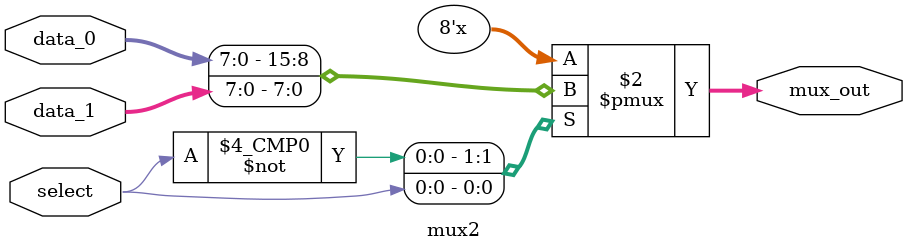
<source format=v>
module mux2( mux_out, data_0, data_1, select);

	parameter dw = 8;
		
	input [dw-1:0] data_1, data_0;
	input [0:0] select;
	output reg [dw-1:0] mux_out;
	
	 // choose between the two inputs
	always @ ( data_1 or data_0 or select)
	case (select)//  (* synthesis parallel_case *)
		1'd0:		mux_out = data_0;
		1'd1:		mux_out = data_1;
		default:	mux_out = {dw{1'bx}};
    endcase
endmodule

</source>
